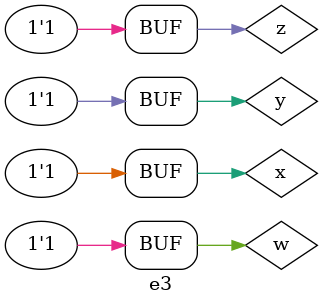
<source format=v>
module SoP (output s, input x, y, w, z); // mintermos
// m 0 1 2 3 4
assign s = (~x & ~y & ~w & z) | (~x & ~y & w & ~z) | (~x & ~y & w & z) | (~x & y & ~w & z) | (~x & y & w & z) | (x & ~y & w & z);
endmodule // SoP

module e3;
reg x, y, w, z;
wire s;
// instancias
SoP SOP1 (s, x, y, w, z);
// valores iniciais
initial begin: start
x=1'bx; y=1'bx; z=1'bx;// indefinidos
end
// parte principal
initial begin: main
// identificacao
$display("Soma de Produtos");
// monitoramento
$display(" x  y  w  z =  SoP( 1, 2, 3, 5, 7, 11 )");
$monitor("%2b %2b %2b %2b =  %2b", x, y, w, z, s);
// sinalizacao
#1 x=0; y=0; w=0; z=0;
#1 x=0; y=0; w=0; z=1;
#1 x=0; y=0; w=1; z=0;
#1 x=0; y=0; w=1; z=1;
#1 x=0; y=1; w=0; z=0;
#1 x=0; y=1; w=0; z=1;
#1 x=0; y=1; w=1; z=0;
#1 x=0; y=1; w=1; z=1;
#1 x=1; y=0; w=0; z=0;
#1 x=1; y=0; w=0; z=1;
#1 x=1; y=0; w=1; z=0;
#1 x=1; y=0; w=1; z=1;
#1 x=1; y=1; w=0; z=0;
#1 x=1; y=1; w=0; z=1;
#1 x=1; y=1; w=1; z=0;
#1 x=1; y=1; w=1; z=1;
end
endmodule // test_module
</source>
